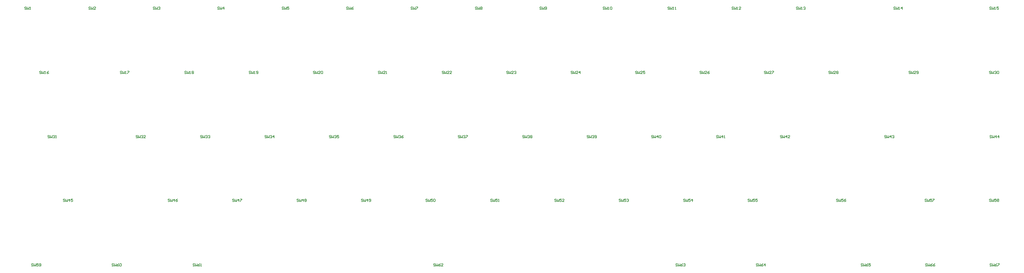
<source format=gto>
G04*
G04 #@! TF.GenerationSoftware,Altium Limited,Altium Designer,21.6.4 (81)*
G04*
G04 Layer_Color=65535*
%FSTAX24Y24*%
%MOIN*%
G70*
G04*
G04 #@! TF.SameCoordinates,245CE46D-98AB-4B62-9B0C-93C9D4342F2A*
G04*
G04*
G04 #@! TF.FilePolarity,Positive*
G04*
G01*
G75*
%ADD10C,0.0080*%
D10*
X128075Y013949D02*
X128025Y013999D01*
X127925D01*
X127875Y013949D01*
Y013899D01*
X127925Y013849D01*
X128025D01*
X128075Y013799D01*
Y013749D01*
X128025Y013699D01*
X127925D01*
X127875Y013749D01*
X128175Y013999D02*
Y013699D01*
X128275Y013799D01*
X128375Y013699D01*
Y013999D01*
X128675D02*
X128575Y013949D01*
X128475Y013849D01*
Y013749D01*
X128525Y013699D01*
X128625D01*
X128675Y013749D01*
Y013799D01*
X128625Y013849D01*
X128475D01*
X128775Y013999D02*
X128975D01*
Y013949D01*
X128775Y013749D01*
Y013699D01*
X120575Y013949D02*
X120525Y013999D01*
X120425D01*
X120375Y013949D01*
Y013899D01*
X120425Y013849D01*
X120525D01*
X120575Y013799D01*
Y013749D01*
X120525Y013699D01*
X120425D01*
X120375Y013749D01*
X120675Y013999D02*
Y013699D01*
X120775Y013799D01*
X120875Y013699D01*
Y013999D01*
X121175D02*
X121075Y013949D01*
X120975Y013849D01*
Y013749D01*
X121025Y013699D01*
X121125D01*
X121175Y013749D01*
Y013799D01*
X121125Y013849D01*
X120975D01*
X121475Y013999D02*
X121375Y013949D01*
X121275Y013849D01*
Y013749D01*
X121325Y013699D01*
X121425D01*
X121475Y013749D01*
Y013799D01*
X121425Y013849D01*
X121275D01*
X113075Y013949D02*
X113025Y013999D01*
X112925D01*
X112875Y013949D01*
Y013899D01*
X112925Y013849D01*
X113025D01*
X113075Y013799D01*
Y013749D01*
X113025Y013699D01*
X112925D01*
X112875Y013749D01*
X113175Y013999D02*
Y013699D01*
X113275Y013799D01*
X113375Y013699D01*
Y013999D01*
X113675D02*
X113575Y013949D01*
X113475Y013849D01*
Y013749D01*
X113525Y013699D01*
X113625D01*
X113675Y013749D01*
Y013799D01*
X113625Y013849D01*
X113475D01*
X113975Y013999D02*
X113775D01*
Y013849D01*
X113875Y013899D01*
X113925D01*
X113975Y013849D01*
Y013749D01*
X113925Y013699D01*
X113825D01*
X113775Y013749D01*
X100888Y013949D02*
X100838Y013999D01*
X100738D01*
X100688Y013949D01*
Y013899D01*
X100738Y013849D01*
X100838D01*
X100888Y013799D01*
Y013749D01*
X100838Y013699D01*
X100738D01*
X100688Y013749D01*
X100988Y013999D02*
Y013699D01*
X101088Y013799D01*
X101188Y013699D01*
Y013999D01*
X101487D02*
X101387Y013949D01*
X101287Y013849D01*
Y013749D01*
X101337Y013699D01*
X101437D01*
X101487Y013749D01*
Y013799D01*
X101437Y013849D01*
X101287D01*
X101737Y013699D02*
Y013999D01*
X101587Y013849D01*
X101787D01*
X091513Y01395D02*
X091463Y014D01*
X091363D01*
X091313Y01395D01*
Y0139D01*
X091363Y01385D01*
X091463D01*
X091513Y0138D01*
Y01375D01*
X091463Y0137D01*
X091363D01*
X091313Y01375D01*
X091613Y014D02*
Y0137D01*
X091713Y0138D01*
X091813Y0137D01*
Y014D01*
X092112D02*
X092012Y01395D01*
X091912Y01385D01*
Y01375D01*
X091962Y0137D01*
X092062D01*
X092112Y01375D01*
Y0138D01*
X092062Y01385D01*
X091912D01*
X092212Y01395D02*
X092262Y014D01*
X092362D01*
X092412Y01395D01*
Y0139D01*
X092362Y01385D01*
X092312D01*
X092362D01*
X092412Y0138D01*
Y01375D01*
X092362Y0137D01*
X092262D01*
X092212Y01375D01*
X06334Y01395D02*
X06329Y014D01*
X06319D01*
X06314Y01395D01*
Y0139D01*
X06319Y01385D01*
X06329D01*
X06334Y0138D01*
Y01375D01*
X06329Y0137D01*
X06319D01*
X06314Y01375D01*
X06344Y014D02*
Y0137D01*
X06354Y0138D01*
X06364Y0137D01*
Y014D01*
X06394D02*
X06384Y01395D01*
X06374Y01385D01*
Y01375D01*
X06379Y0137D01*
X06389D01*
X06394Y01375D01*
Y0138D01*
X06389Y01385D01*
X06374D01*
X06424Y0137D02*
X06404D01*
X06424Y0139D01*
Y01395D01*
X06419Y014D01*
X06409D01*
X06404Y01395D01*
X035313Y013949D02*
X035263Y013999D01*
X035163D01*
X035113Y013949D01*
Y013899D01*
X035163Y013849D01*
X035263D01*
X035313Y013799D01*
Y013749D01*
X035263Y013699D01*
X035163D01*
X035113Y013749D01*
X035413Y013999D02*
Y013699D01*
X035513Y013799D01*
X035613Y013699D01*
Y013999D01*
X035912D02*
X035812Y013949D01*
X035712Y013849D01*
Y013749D01*
X035762Y013699D01*
X035862D01*
X035912Y013749D01*
Y013799D01*
X035862Y013849D01*
X035712D01*
X036012Y013699D02*
X036112D01*
X036062D01*
Y013999D01*
X036012Y013949D01*
X025888D02*
X025838Y013999D01*
X025738D01*
X025688Y013949D01*
Y013899D01*
X025738Y013849D01*
X025838D01*
X025888Y013799D01*
Y013749D01*
X025838Y013699D01*
X025738D01*
X025688Y013749D01*
X025988Y013999D02*
Y013699D01*
X026088Y013799D01*
X026188Y013699D01*
Y013999D01*
X026487D02*
X026387Y013949D01*
X026287Y013849D01*
Y013749D01*
X026337Y013699D01*
X026437D01*
X026487Y013749D01*
Y013799D01*
X026437Y013849D01*
X026287D01*
X026587Y013949D02*
X026637Y013999D01*
X026737D01*
X026787Y013949D01*
Y013749D01*
X026737Y013699D01*
X026637D01*
X026587Y013749D01*
Y013949D01*
X016513D02*
X016463Y013999D01*
X016363D01*
X016313Y013949D01*
Y013899D01*
X016363Y013849D01*
X016463D01*
X016513Y013799D01*
Y013749D01*
X016463Y013699D01*
X016363D01*
X016313Y013749D01*
X016613Y013999D02*
Y013699D01*
X016713Y013799D01*
X016813Y013699D01*
Y013999D01*
X017112D02*
X016912D01*
Y013849D01*
X017012Y013899D01*
X017062D01*
X017112Y013849D01*
Y013749D01*
X017062Y013699D01*
X016962D01*
X016912Y013749D01*
X017212D02*
X017262Y013699D01*
X017362D01*
X017412Y013749D01*
Y013949D01*
X017362Y013999D01*
X017262D01*
X017212Y013949D01*
Y013899D01*
X017262Y013849D01*
X017412D01*
X12803Y021489D02*
X12798Y021539D01*
X12788D01*
X12783Y021489D01*
Y021439D01*
X12788Y021389D01*
X12798D01*
X12803Y021339D01*
Y021289D01*
X12798Y021239D01*
X12788D01*
X12783Y021289D01*
X12813Y021539D02*
Y021239D01*
X12823Y021339D01*
X12833Y021239D01*
Y021539D01*
X12863D02*
X12843D01*
Y021389D01*
X12853Y021439D01*
X12858D01*
X12863Y021389D01*
Y021289D01*
X12858Y021239D01*
X12848D01*
X12843Y021289D01*
X12873Y021489D02*
X12878Y021539D01*
X12888D01*
X12893Y021489D01*
Y021439D01*
X12888Y021389D01*
X12893Y021339D01*
Y021289D01*
X12888Y021239D01*
X12878D01*
X12873Y021289D01*
Y021339D01*
X12878Y021389D01*
X12873Y021439D01*
Y021489D01*
X12878Y021389D02*
X12888D01*
X120536Y021489D02*
X120486Y021539D01*
X120386D01*
X120336Y021489D01*
Y021439D01*
X120386Y021389D01*
X120486D01*
X120536Y021339D01*
Y021289D01*
X120486Y021239D01*
X120386D01*
X120336Y021289D01*
X120636Y021539D02*
Y021239D01*
X120736Y021339D01*
X120836Y021239D01*
Y021539D01*
X121136D02*
X120936D01*
Y021389D01*
X121036Y021439D01*
X121086D01*
X121136Y021389D01*
Y021289D01*
X121086Y021239D01*
X120986D01*
X120936Y021289D01*
X121236Y021539D02*
X121435D01*
Y021489D01*
X121236Y021289D01*
Y021239D01*
X110223Y021489D02*
X110173Y021539D01*
X110073D01*
X110023Y021489D01*
Y021439D01*
X110073Y021389D01*
X110173D01*
X110223Y021339D01*
Y021289D01*
X110173Y021239D01*
X110073D01*
X110023Y021289D01*
X110323Y021539D02*
Y021239D01*
X110423Y021339D01*
X110523Y021239D01*
Y021539D01*
X110823D02*
X110623D01*
Y021389D01*
X110723Y021439D01*
X110773D01*
X110823Y021389D01*
Y021289D01*
X110773Y021239D01*
X110673D01*
X110623Y021289D01*
X111123Y021539D02*
X111023Y021489D01*
X110923Y021389D01*
Y021289D01*
X110973Y021239D01*
X111073D01*
X111123Y021289D01*
Y021339D01*
X111073Y021389D01*
X110923D01*
X099911Y021489D02*
X099861Y021539D01*
X099761D01*
X099711Y021489D01*
Y021439D01*
X099761Y021389D01*
X099861D01*
X099911Y021339D01*
Y021289D01*
X099861Y021239D01*
X099761D01*
X099711Y021289D01*
X100011Y021539D02*
Y021239D01*
X100111Y021339D01*
X100211Y021239D01*
Y021539D01*
X100511D02*
X100311D01*
Y021389D01*
X100411Y021439D01*
X100461D01*
X100511Y021389D01*
Y021289D01*
X100461Y021239D01*
X100361D01*
X100311Y021289D01*
X10081Y021539D02*
X100611D01*
Y021389D01*
X10071Y021439D01*
X10076D01*
X10081Y021389D01*
Y021289D01*
X10076Y021239D01*
X10066D01*
X100611Y021289D01*
X092411Y021489D02*
X092361Y021539D01*
X092261D01*
X092211Y021489D01*
Y021439D01*
X092261Y021389D01*
X092361D01*
X092411Y021339D01*
Y021289D01*
X092361Y021239D01*
X092261D01*
X092211Y021289D01*
X092511Y021539D02*
Y021239D01*
X092611Y021339D01*
X092711Y021239D01*
Y021539D01*
X093011D02*
X092811D01*
Y021389D01*
X092911Y021439D01*
X092961D01*
X093011Y021389D01*
Y021289D01*
X092961Y021239D01*
X092861D01*
X092811Y021289D01*
X09326Y021239D02*
Y021539D01*
X093111Y021389D01*
X09331D01*
X084911Y021489D02*
X084861Y021539D01*
X084761D01*
X084711Y021489D01*
Y021439D01*
X084761Y021389D01*
X084861D01*
X084911Y021339D01*
Y021289D01*
X084861Y021239D01*
X084761D01*
X084711Y021289D01*
X085011Y021539D02*
Y021239D01*
X085111Y021339D01*
X085211Y021239D01*
Y021539D01*
X085511D02*
X085311D01*
Y021389D01*
X085411Y021439D01*
X085461D01*
X085511Y021389D01*
Y021289D01*
X085461Y021239D01*
X085361D01*
X085311Y021289D01*
X085611Y021489D02*
X08566Y021539D01*
X08576D01*
X08581Y021489D01*
Y021439D01*
X08576Y021389D01*
X08571D01*
X08576D01*
X08581Y021339D01*
Y021289D01*
X08576Y021239D01*
X08566D01*
X085611Y021289D01*
X077411Y021489D02*
X077361Y021539D01*
X077261D01*
X077211Y021489D01*
Y021439D01*
X077261Y021389D01*
X077361D01*
X077411Y021339D01*
Y021289D01*
X077361Y021239D01*
X077261D01*
X077211Y021289D01*
X077511Y021539D02*
Y021239D01*
X077611Y021339D01*
X077711Y021239D01*
Y021539D01*
X078011D02*
X077811D01*
Y021389D01*
X077911Y021439D01*
X077961D01*
X078011Y021389D01*
Y021289D01*
X077961Y021239D01*
X077861D01*
X077811Y021289D01*
X07831Y021239D02*
X078111D01*
X07831Y021439D01*
Y021489D01*
X07826Y021539D01*
X078161D01*
X078111Y021489D01*
X069961D02*
X069911Y021539D01*
X069811D01*
X069761Y021489D01*
Y021439D01*
X069811Y021389D01*
X069911D01*
X069961Y021339D01*
Y021289D01*
X069911Y021239D01*
X069811D01*
X069761Y021289D01*
X070061Y021539D02*
Y021239D01*
X070161Y021339D01*
X070261Y021239D01*
Y021539D01*
X070561D02*
X070361D01*
Y021389D01*
X070461Y021439D01*
X070511D01*
X070561Y021389D01*
Y021289D01*
X070511Y021239D01*
X070411D01*
X070361Y021289D01*
X070661Y021239D02*
X07076D01*
X070711D01*
Y021539D01*
X070661Y021489D01*
X062411D02*
X062361Y021539D01*
X062261D01*
X062211Y021489D01*
Y021439D01*
X062261Y021389D01*
X062361D01*
X062411Y021339D01*
Y021289D01*
X062361Y021239D01*
X062261D01*
X062211Y021289D01*
X062511Y021539D02*
Y021239D01*
X062611Y021339D01*
X062711Y021239D01*
Y021539D01*
X063011D02*
X062811D01*
Y021389D01*
X062911Y021439D01*
X062961D01*
X063011Y021389D01*
Y021289D01*
X062961Y021239D01*
X062861D01*
X062811Y021289D01*
X063111Y021489D02*
X063161Y021539D01*
X06326D01*
X06331Y021489D01*
Y021289D01*
X06326Y021239D01*
X063161D01*
X063111Y021289D01*
Y021489D01*
X054911D02*
X054861Y021539D01*
X054761D01*
X054711Y021489D01*
Y021439D01*
X054761Y021389D01*
X054861D01*
X054911Y021339D01*
Y021289D01*
X054861Y021239D01*
X054761D01*
X054711Y021289D01*
X055011Y021539D02*
Y021239D01*
X055111Y021339D01*
X055211Y021239D01*
Y021539D01*
X055461Y021239D02*
Y021539D01*
X055311Y021389D01*
X055511D01*
X055611Y021289D02*
X055661Y021239D01*
X05576D01*
X05581Y021289D01*
Y021489D01*
X05576Y021539D01*
X055661D01*
X055611Y021489D01*
Y021439D01*
X055661Y021389D01*
X05581D01*
X047411Y021489D02*
X047361Y021539D01*
X047261D01*
X047211Y021489D01*
Y021439D01*
X047261Y021389D01*
X047361D01*
X047411Y021339D01*
Y021289D01*
X047361Y021239D01*
X047261D01*
X047211Y021289D01*
X047511Y021539D02*
Y021239D01*
X047611Y021339D01*
X047711Y021239D01*
Y021539D01*
X047961Y021239D02*
Y021539D01*
X047811Y021389D01*
X048011D01*
X048111Y021489D02*
X048161Y021539D01*
X04826D01*
X04831Y021489D01*
Y021439D01*
X04826Y021389D01*
X04831Y021339D01*
Y021289D01*
X04826Y021239D01*
X048161D01*
X048111Y021289D01*
Y021339D01*
X048161Y021389D01*
X048111Y021439D01*
Y021489D01*
X048161Y021389D02*
X04826D01*
X039911Y021489D02*
X039861Y021539D01*
X039761D01*
X039711Y021489D01*
Y021439D01*
X039761Y021389D01*
X039861D01*
X039911Y021339D01*
Y021289D01*
X039861Y021239D01*
X039761D01*
X039711Y021289D01*
X040011Y021539D02*
Y021239D01*
X040111Y021339D01*
X040211Y021239D01*
Y021539D01*
X040461Y021239D02*
Y021539D01*
X040311Y021389D01*
X040511D01*
X040611Y021539D02*
X04081D01*
Y021489D01*
X040611Y021289D01*
Y021239D01*
X032411Y021489D02*
X032361Y021539D01*
X032261D01*
X032211Y021489D01*
Y021439D01*
X032261Y021389D01*
X032361D01*
X032411Y021339D01*
Y021289D01*
X032361Y021239D01*
X032261D01*
X032211Y021289D01*
X032511Y021539D02*
Y021239D01*
X032611Y021339D01*
X032711Y021239D01*
Y021539D01*
X032961Y021239D02*
Y021539D01*
X032811Y021389D01*
X033011D01*
X03331Y021539D02*
X03321Y021489D01*
X033111Y021389D01*
Y021289D01*
X033161Y021239D01*
X03326D01*
X03331Y021289D01*
Y021339D01*
X03326Y021389D01*
X033111D01*
X02022Y021489D02*
X02017Y021539D01*
X02007D01*
X02002Y021489D01*
Y021439D01*
X02007Y021389D01*
X02017D01*
X02022Y021339D01*
Y021289D01*
X02017Y021239D01*
X02007D01*
X02002Y021289D01*
X02032Y021539D02*
Y021239D01*
X02042Y021339D01*
X02052Y021239D01*
Y021539D01*
X02077Y021239D02*
Y021539D01*
X02062Y021389D01*
X02082D01*
X02112Y021539D02*
X02092D01*
Y021389D01*
X02102Y021439D01*
X02107D01*
X02112Y021389D01*
Y021289D01*
X02107Y021239D01*
X02097D01*
X02092Y021289D01*
X128075Y02891D02*
X128025Y02896D01*
X127925D01*
X127875Y02891D01*
Y02886D01*
X127925Y02881D01*
X128025D01*
X128075Y02876D01*
Y02871D01*
X128025Y02866D01*
X127925D01*
X127875Y02871D01*
X128175Y02896D02*
Y02866D01*
X128275Y02876D01*
X128375Y02866D01*
Y02896D01*
X128625Y02866D02*
Y02896D01*
X128475Y02881D01*
X128675D01*
X128925Y02866D02*
Y02896D01*
X128775Y02881D01*
X128975D01*
X11584Y02891D02*
X11579Y02896D01*
X11569D01*
X11564Y02891D01*
Y02886D01*
X11569Y02881D01*
X11579D01*
X11584Y02876D01*
Y02871D01*
X11579Y02866D01*
X11569D01*
X11564Y02871D01*
X11594Y02896D02*
Y02866D01*
X11604Y02876D01*
X11614Y02866D01*
Y02896D01*
X11639Y02866D02*
Y02896D01*
X11624Y02881D01*
X11644D01*
X11654Y02891D02*
X11659Y02896D01*
X11669D01*
X11674Y02891D01*
Y02886D01*
X11669Y02881D01*
X11664D01*
X11669D01*
X11674Y02876D01*
Y02871D01*
X11669Y02866D01*
X11659D01*
X11654Y02871D01*
X1037Y02891D02*
X10365Y02896D01*
X10355D01*
X1035Y02891D01*
Y02886D01*
X10355Y02881D01*
X10365D01*
X1037Y02876D01*
Y02871D01*
X10365Y02866D01*
X10355D01*
X1035Y02871D01*
X1038Y02896D02*
Y02866D01*
X1039Y02876D01*
X104Y02866D01*
Y02896D01*
X10425Y02866D02*
Y02896D01*
X1041Y02881D01*
X1043D01*
X1046Y02866D02*
X1044D01*
X1046Y02886D01*
Y02891D01*
X10455Y02896D01*
X10445D01*
X1044Y02891D01*
X09625Y02891D02*
X0962Y02896D01*
X0961D01*
X09605Y02891D01*
Y02886D01*
X0961Y02881D01*
X0962D01*
X09625Y02876D01*
Y02871D01*
X0962Y02866D01*
X0961D01*
X09605Y02871D01*
X09635Y02896D02*
Y02866D01*
X09645Y02876D01*
X09655Y02866D01*
Y02896D01*
X0968Y02866D02*
Y02896D01*
X09665Y02881D01*
X09685D01*
X09695Y02866D02*
X09705D01*
X097D01*
Y02896D01*
X09695Y02891D01*
X0887D02*
X08865Y02896D01*
X08855D01*
X0885Y02891D01*
Y02886D01*
X08855Y02881D01*
X08865D01*
X0887Y02876D01*
Y02871D01*
X08865Y02866D01*
X08855D01*
X0885Y02871D01*
X0888Y02896D02*
Y02866D01*
X0889Y02876D01*
X089Y02866D01*
Y02896D01*
X08925Y02866D02*
Y02896D01*
X0891Y02881D01*
X0893D01*
X0894Y02891D02*
X08945Y02896D01*
X08955D01*
X0896Y02891D01*
Y02871D01*
X08955Y02866D01*
X08945D01*
X0894Y02871D01*
Y02891D01*
X0812D02*
X08115Y02896D01*
X08105D01*
X081Y02891D01*
Y02886D01*
X08105Y02881D01*
X08115D01*
X0812Y02876D01*
Y02871D01*
X08115Y02866D01*
X08105D01*
X081Y02871D01*
X0813Y02896D02*
Y02866D01*
X0814Y02876D01*
X0815Y02866D01*
Y02896D01*
X0816Y02891D02*
X08165Y02896D01*
X08175D01*
X0818Y02891D01*
Y02886D01*
X08175Y02881D01*
X0817D01*
X08175D01*
X0818Y02876D01*
Y02871D01*
X08175Y02866D01*
X08165D01*
X0816Y02871D01*
X0819D02*
X08195Y02866D01*
X08205D01*
X0821Y02871D01*
Y02891D01*
X08205Y02896D01*
X08195D01*
X0819Y02891D01*
Y02886D01*
X08195Y02881D01*
X0821D01*
X0737Y02891D02*
X07365Y02896D01*
X07355D01*
X0735Y02891D01*
Y02886D01*
X07355Y02881D01*
X07365D01*
X0737Y02876D01*
Y02871D01*
X07365Y02866D01*
X07355D01*
X0735Y02871D01*
X0738Y02896D02*
Y02866D01*
X0739Y02876D01*
X074Y02866D01*
Y02896D01*
X0741Y02891D02*
X07415Y02896D01*
X07425D01*
X0743Y02891D01*
Y02886D01*
X07425Y02881D01*
X0742D01*
X07425D01*
X0743Y02876D01*
Y02871D01*
X07425Y02866D01*
X07415D01*
X0741Y02871D01*
X0744Y02891D02*
X07445Y02896D01*
X07455D01*
X0746Y02891D01*
Y02886D01*
X07455Y02881D01*
X0746Y02876D01*
Y02871D01*
X07455Y02866D01*
X07445D01*
X0744Y02871D01*
Y02876D01*
X07445Y02881D01*
X0744Y02886D01*
Y02891D01*
X07445Y02881D02*
X07455D01*
X0662Y02891D02*
X06615Y02896D01*
X06605D01*
X066Y02891D01*
Y02886D01*
X06605Y02881D01*
X06615D01*
X0662Y02876D01*
Y02871D01*
X06615Y02866D01*
X06605D01*
X066Y02871D01*
X0663Y02896D02*
Y02866D01*
X0664Y02876D01*
X0665Y02866D01*
Y02896D01*
X0666Y02891D02*
X06665Y02896D01*
X06675D01*
X0668Y02891D01*
Y02886D01*
X06675Y02881D01*
X0667D01*
X06675D01*
X0668Y02876D01*
Y02871D01*
X06675Y02866D01*
X06665D01*
X0666Y02871D01*
X0669Y02896D02*
X0671D01*
Y02891D01*
X0669Y02871D01*
Y02866D01*
X0587Y02891D02*
X05865Y02896D01*
X05855D01*
X0585Y02891D01*
Y02886D01*
X05855Y02881D01*
X05865D01*
X0587Y02876D01*
Y02871D01*
X05865Y02866D01*
X05855D01*
X0585Y02871D01*
X0588Y02896D02*
Y02866D01*
X0589Y02876D01*
X059Y02866D01*
Y02896D01*
X0591Y02891D02*
X05915Y02896D01*
X05925D01*
X0593Y02891D01*
Y02886D01*
X05925Y02881D01*
X0592D01*
X05925D01*
X0593Y02876D01*
Y02871D01*
X05925Y02866D01*
X05915D01*
X0591Y02871D01*
X0596Y02896D02*
X0595Y02891D01*
X0594Y02881D01*
Y02871D01*
X05945Y02866D01*
X05955D01*
X0596Y02871D01*
Y02876D01*
X05955Y02881D01*
X0594D01*
X0512Y02891D02*
X05115Y02896D01*
X05105D01*
X051Y02891D01*
Y02886D01*
X05105Y02881D01*
X05115D01*
X0512Y02876D01*
Y02871D01*
X05115Y02866D01*
X05105D01*
X051Y02871D01*
X0513Y02896D02*
Y02866D01*
X0514Y02876D01*
X0515Y02866D01*
Y02896D01*
X0516Y02891D02*
X05165Y02896D01*
X05175D01*
X0518Y02891D01*
Y02886D01*
X05175Y02881D01*
X0517D01*
X05175D01*
X0518Y02876D01*
Y02871D01*
X05175Y02866D01*
X05165D01*
X0516Y02871D01*
X0521Y02896D02*
X0519D01*
Y02881D01*
X052Y02886D01*
X05205D01*
X0521Y02881D01*
Y02871D01*
X05205Y02866D01*
X05195D01*
X0519Y02871D01*
X0437Y02891D02*
X04365Y02896D01*
X04355D01*
X0435Y02891D01*
Y02886D01*
X04355Y02881D01*
X04365D01*
X0437Y02876D01*
Y02871D01*
X04365Y02866D01*
X04355D01*
X0435Y02871D01*
X0438Y02896D02*
Y02866D01*
X0439Y02876D01*
X044Y02866D01*
Y02896D01*
X0441Y02891D02*
X04415Y02896D01*
X04425D01*
X0443Y02891D01*
Y02886D01*
X04425Y02881D01*
X0442D01*
X04425D01*
X0443Y02876D01*
Y02871D01*
X04425Y02866D01*
X04415D01*
X0441Y02871D01*
X04455Y02866D02*
Y02896D01*
X0444Y02881D01*
X0446D01*
X0362Y02891D02*
X03615Y02896D01*
X03605D01*
X036Y02891D01*
Y02886D01*
X03605Y02881D01*
X03615D01*
X0362Y02876D01*
Y02871D01*
X03615Y02866D01*
X03605D01*
X036Y02871D01*
X0363Y02896D02*
Y02866D01*
X0364Y02876D01*
X0365Y02866D01*
Y02896D01*
X0366Y02891D02*
X03665Y02896D01*
X03675D01*
X0368Y02891D01*
Y02886D01*
X03675Y02881D01*
X0367D01*
X03675D01*
X0368Y02876D01*
Y02871D01*
X03675Y02866D01*
X03665D01*
X0366Y02871D01*
X0369Y02891D02*
X03695Y02896D01*
X03705D01*
X0371Y02891D01*
Y02886D01*
X03705Y02881D01*
X037D01*
X03705D01*
X0371Y02876D01*
Y02871D01*
X03705Y02866D01*
X03695D01*
X0369Y02871D01*
X0287Y02891D02*
X02865Y02896D01*
X02855D01*
X0285Y02891D01*
Y02886D01*
X02855Y02881D01*
X02865D01*
X0287Y02876D01*
Y02871D01*
X02865Y02866D01*
X02855D01*
X0285Y02871D01*
X0288Y02896D02*
Y02866D01*
X0289Y02876D01*
X029Y02866D01*
Y02896D01*
X0291Y02891D02*
X02915Y02896D01*
X02925D01*
X0293Y02891D01*
Y02886D01*
X02925Y02881D01*
X0292D01*
X02925D01*
X0293Y02876D01*
Y02871D01*
X02925Y02866D01*
X02915D01*
X0291Y02871D01*
X0296Y02866D02*
X0294D01*
X0296Y02886D01*
Y02891D01*
X02955Y02896D01*
X02945D01*
X0294Y02891D01*
X018438D02*
X018388Y02896D01*
X018288D01*
X018238Y02891D01*
Y02886D01*
X018288Y02881D01*
X018388D01*
X018438Y02876D01*
Y02871D01*
X018388Y02866D01*
X018288D01*
X018238Y02871D01*
X018538Y02896D02*
Y02866D01*
X018638Y02876D01*
X018738Y02866D01*
Y02896D01*
X018837Y02891D02*
X018887Y02896D01*
X018987D01*
X019037Y02891D01*
Y02886D01*
X018987Y02881D01*
X018937D01*
X018987D01*
X019037Y02876D01*
Y02871D01*
X018987Y02866D01*
X018887D01*
X018837Y02871D01*
X019137Y02866D02*
X019237D01*
X019187D01*
Y02896D01*
X019137Y02891D01*
X12803Y03641D02*
X12798Y03646D01*
X12788D01*
X12783Y03641D01*
Y03636D01*
X12788Y03631D01*
X12798D01*
X12803Y03626D01*
Y03621D01*
X12798Y03616D01*
X12788D01*
X12783Y03621D01*
X12813Y03646D02*
Y03616D01*
X12823Y03626D01*
X12833Y03616D01*
Y03646D01*
X12843Y03641D02*
X12848Y03646D01*
X12858D01*
X12863Y03641D01*
Y03636D01*
X12858Y03631D01*
X12853D01*
X12858D01*
X12863Y03626D01*
Y03621D01*
X12858Y03616D01*
X12848D01*
X12843Y03621D01*
X12873Y03641D02*
X12878Y03646D01*
X12888D01*
X12893Y03641D01*
Y03621D01*
X12888Y03616D01*
X12878D01*
X12873Y03621D01*
Y03641D01*
X11866D02*
X11861Y03646D01*
X11851D01*
X11846Y03641D01*
Y03636D01*
X11851Y03631D01*
X11861D01*
X11866Y03626D01*
Y03621D01*
X11861Y03616D01*
X11851D01*
X11846Y03621D01*
X11876Y03646D02*
Y03616D01*
X11886Y03626D01*
X11896Y03616D01*
Y03646D01*
X11926Y03616D02*
X11906D01*
X11926Y03636D01*
Y03641D01*
X11921Y03646D01*
X11911D01*
X11906Y03641D01*
X11936Y03621D02*
X11941Y03616D01*
X11951D01*
X11956Y03621D01*
Y03641D01*
X11951Y03646D01*
X11941D01*
X11936Y03641D01*
Y03636D01*
X11941Y03631D01*
X11956D01*
X109325Y03641D02*
X109275Y03646D01*
X109175D01*
X109125Y03641D01*
Y03636D01*
X109175Y03631D01*
X109275D01*
X109325Y03626D01*
Y03621D01*
X109275Y03616D01*
X109175D01*
X109125Y03621D01*
X109425Y03646D02*
Y03616D01*
X109525Y03626D01*
X109625Y03616D01*
Y03646D01*
X109925Y03616D02*
X109725D01*
X109925Y03636D01*
Y03641D01*
X109875Y03646D01*
X109775D01*
X109725Y03641D01*
X110025D02*
X110075Y03646D01*
X110175D01*
X110225Y03641D01*
Y03636D01*
X110175Y03631D01*
X110225Y03626D01*
Y03621D01*
X110175Y03616D01*
X110075D01*
X110025Y03621D01*
Y03626D01*
X110075Y03631D01*
X110025Y03636D01*
Y03641D01*
X110075Y03631D02*
X110175D01*
X101825Y03641D02*
X101775Y03646D01*
X101675D01*
X101625Y03641D01*
Y03636D01*
X101675Y03631D01*
X101775D01*
X101825Y03626D01*
Y03621D01*
X101775Y03616D01*
X101675D01*
X101625Y03621D01*
X101925Y03646D02*
Y03616D01*
X102025Y03626D01*
X102125Y03616D01*
Y03646D01*
X102425Y03616D02*
X102225D01*
X102425Y03636D01*
Y03641D01*
X102375Y03646D01*
X102275D01*
X102225Y03641D01*
X102525Y03646D02*
X102725D01*
Y03641D01*
X102525Y03621D01*
Y03616D01*
X094325Y03641D02*
X094275Y03646D01*
X094175D01*
X094125Y03641D01*
Y03636D01*
X094175Y03631D01*
X094275D01*
X094325Y03626D01*
Y03621D01*
X094275Y03616D01*
X094175D01*
X094125Y03621D01*
X094425Y03646D02*
Y03616D01*
X094525Y03626D01*
X094625Y03616D01*
Y03646D01*
X094925Y03616D02*
X094725D01*
X094925Y03636D01*
Y03641D01*
X094875Y03646D01*
X094775D01*
X094725Y03641D01*
X095225Y03646D02*
X095125Y03641D01*
X095025Y03631D01*
Y03621D01*
X095075Y03616D01*
X095175D01*
X095225Y03621D01*
Y03626D01*
X095175Y03631D01*
X095025D01*
X086825Y03641D02*
X086775Y03646D01*
X086675D01*
X086625Y03641D01*
Y03636D01*
X086675Y03631D01*
X086775D01*
X086825Y03626D01*
Y03621D01*
X086775Y03616D01*
X086675D01*
X086625Y03621D01*
X086925Y03646D02*
Y03616D01*
X087025Y03626D01*
X087125Y03616D01*
Y03646D01*
X087425Y03616D02*
X087225D01*
X087425Y03636D01*
Y03641D01*
X087375Y03646D01*
X087275D01*
X087225Y03641D01*
X087725Y03646D02*
X087525D01*
Y03631D01*
X087625Y03636D01*
X087675D01*
X087725Y03631D01*
Y03621D01*
X087675Y03616D01*
X087575D01*
X087525Y03621D01*
X079325Y03641D02*
X079275Y03646D01*
X079175D01*
X079125Y03641D01*
Y03636D01*
X079175Y03631D01*
X079275D01*
X079325Y03626D01*
Y03621D01*
X079275Y03616D01*
X079175D01*
X079125Y03621D01*
X079425Y03646D02*
Y03616D01*
X079525Y03626D01*
X079625Y03616D01*
Y03646D01*
X079925Y03616D02*
X079725D01*
X079925Y03636D01*
Y03641D01*
X079875Y03646D01*
X079775D01*
X079725Y03641D01*
X080175Y03616D02*
Y03646D01*
X080025Y03631D01*
X080225D01*
X071825Y03641D02*
X071775Y03646D01*
X071675D01*
X071625Y03641D01*
Y03636D01*
X071675Y03631D01*
X071775D01*
X071825Y03626D01*
Y03621D01*
X071775Y03616D01*
X071675D01*
X071625Y03621D01*
X071925Y03646D02*
Y03616D01*
X072025Y03626D01*
X072125Y03616D01*
Y03646D01*
X072425Y03616D02*
X072225D01*
X072425Y03636D01*
Y03641D01*
X072375Y03646D01*
X072275D01*
X072225Y03641D01*
X072525D02*
X072575Y03646D01*
X072675D01*
X072725Y03641D01*
Y03636D01*
X072675Y03631D01*
X072625D01*
X072675D01*
X072725Y03626D01*
Y03621D01*
X072675Y03616D01*
X072575D01*
X072525Y03621D01*
X064325Y03641D02*
X064275Y03646D01*
X064175D01*
X064125Y03641D01*
Y03636D01*
X064175Y03631D01*
X064275D01*
X064325Y03626D01*
Y03621D01*
X064275Y03616D01*
X064175D01*
X064125Y03621D01*
X064425Y03646D02*
Y03616D01*
X064525Y03626D01*
X064625Y03616D01*
Y03646D01*
X064925Y03616D02*
X064725D01*
X064925Y03636D01*
Y03641D01*
X064875Y03646D01*
X064775D01*
X064725Y03641D01*
X065225Y03616D02*
X065025D01*
X065225Y03636D01*
Y03641D01*
X065175Y03646D01*
X065075D01*
X065025Y03641D01*
X056875D02*
X056825Y03646D01*
X056725D01*
X056675Y03641D01*
Y03636D01*
X056725Y03631D01*
X056825D01*
X056875Y03626D01*
Y03621D01*
X056825Y03616D01*
X056725D01*
X056675Y03621D01*
X056975Y03646D02*
Y03616D01*
X057075Y03626D01*
X057175Y03616D01*
Y03646D01*
X057475Y03616D02*
X057275D01*
X057475Y03636D01*
Y03641D01*
X057425Y03646D01*
X057325D01*
X057275Y03641D01*
X057575Y03616D02*
X057675D01*
X057625D01*
Y03646D01*
X057575Y03641D01*
X049325D02*
X049275Y03646D01*
X049175D01*
X049125Y03641D01*
Y03636D01*
X049175Y03631D01*
X049275D01*
X049325Y03626D01*
Y03621D01*
X049275Y03616D01*
X049175D01*
X049125Y03621D01*
X049425Y03646D02*
Y03616D01*
X049525Y03626D01*
X049625Y03616D01*
Y03646D01*
X049925Y03616D02*
X049725D01*
X049925Y03636D01*
Y03641D01*
X049875Y03646D01*
X049775D01*
X049725Y03641D01*
X050025D02*
X050075Y03646D01*
X050175D01*
X050225Y03641D01*
Y03621D01*
X050175Y03616D01*
X050075D01*
X050025Y03621D01*
Y03641D01*
X041845D02*
X041795Y03646D01*
X041695D01*
X041645Y03641D01*
Y03636D01*
X041695Y03631D01*
X041795D01*
X041845Y03626D01*
Y03621D01*
X041795Y03616D01*
X041695D01*
X041645Y03621D01*
X041945Y03646D02*
Y03616D01*
X042045Y03626D01*
X042145Y03616D01*
Y03646D01*
X042245Y03616D02*
X042345D01*
X042295D01*
Y03646D01*
X042245Y03641D01*
X042495Y03621D02*
X042545Y03616D01*
X042645D01*
X042695Y03621D01*
Y03641D01*
X042645Y03646D01*
X042545D01*
X042495Y03641D01*
Y03636D01*
X042545Y03631D01*
X042695D01*
X034345Y03641D02*
X034295Y03646D01*
X034195D01*
X034145Y03641D01*
Y03636D01*
X034195Y03631D01*
X034295D01*
X034345Y03626D01*
Y03621D01*
X034295Y03616D01*
X034195D01*
X034145Y03621D01*
X034445Y03646D02*
Y03616D01*
X034545Y03626D01*
X034645Y03616D01*
Y03646D01*
X034745Y03616D02*
X034845D01*
X034795D01*
Y03646D01*
X034745Y03641D01*
X034995D02*
X035045Y03646D01*
X035145D01*
X035195Y03641D01*
Y03636D01*
X035145Y03631D01*
X035195Y03626D01*
Y03621D01*
X035145Y03616D01*
X035045D01*
X034995Y03621D01*
Y03626D01*
X035045Y03631D01*
X034995Y03636D01*
Y03641D01*
X035045Y03631D02*
X035145D01*
X026845Y03641D02*
X026795Y03646D01*
X026695D01*
X026645Y03641D01*
Y03636D01*
X026695Y03631D01*
X026795D01*
X026845Y03626D01*
Y03621D01*
X026795Y03616D01*
X026695D01*
X026645Y03621D01*
X026945Y03646D02*
Y03616D01*
X027045Y03626D01*
X027145Y03616D01*
Y03646D01*
X027245Y03616D02*
X027345D01*
X027295D01*
Y03646D01*
X027245Y03641D01*
X027495Y03646D02*
X027695D01*
Y03641D01*
X027495Y03621D01*
Y03616D01*
X01747Y03641D02*
X01742Y03646D01*
X01732D01*
X01727Y03641D01*
Y03636D01*
X01732Y03631D01*
X01742D01*
X01747Y03626D01*
Y03621D01*
X01742Y03616D01*
X01732D01*
X01727Y03621D01*
X01757Y03646D02*
Y03616D01*
X01767Y03626D01*
X01777Y03616D01*
Y03646D01*
X01787Y03616D02*
X01797D01*
X01792D01*
Y03646D01*
X01787Y03641D01*
X01832Y03646D02*
X01822Y03641D01*
X01812Y03631D01*
Y03621D01*
X01817Y03616D01*
X01827D01*
X01832Y03621D01*
Y03626D01*
X01827Y03631D01*
X01812D01*
X128056Y04391D02*
X128006Y04396D01*
X127906D01*
X127856Y04391D01*
Y04386D01*
X127906Y04381D01*
X128006D01*
X128056Y04376D01*
Y04371D01*
X128006Y04366D01*
X127906D01*
X127856Y04371D01*
X128156Y04396D02*
Y04366D01*
X128256Y04376D01*
X128356Y04366D01*
Y04396D01*
X128456Y04366D02*
X128556D01*
X128506D01*
Y04396D01*
X128456Y04391D01*
X128905Y04396D02*
X128706D01*
Y04381D01*
X128806Y04386D01*
X128855D01*
X128905Y04381D01*
Y04371D01*
X128855Y04366D01*
X128756D01*
X128706Y04371D01*
X116885Y04391D02*
X116835Y04396D01*
X116735D01*
X116685Y04391D01*
Y04386D01*
X116735Y04381D01*
X116835D01*
X116885Y04376D01*
Y04371D01*
X116835Y04366D01*
X116735D01*
X116685Y04371D01*
X116985Y04396D02*
Y04366D01*
X117085Y04376D01*
X117185Y04366D01*
Y04396D01*
X117285Y04366D02*
X117385D01*
X117335D01*
Y04396D01*
X117285Y04391D01*
X117684Y04366D02*
Y04396D01*
X117534Y04381D01*
X117734D01*
X105556Y04391D02*
X105506Y04396D01*
X105406D01*
X105356Y04391D01*
Y04386D01*
X105406Y04381D01*
X105506D01*
X105556Y04376D01*
Y04371D01*
X105506Y04366D01*
X105406D01*
X105356Y04371D01*
X105656Y04396D02*
Y04366D01*
X105756Y04376D01*
X105856Y04366D01*
Y04396D01*
X105956Y04366D02*
X106056D01*
X106006D01*
Y04396D01*
X105956Y04391D01*
X106206D02*
X106256Y04396D01*
X106355D01*
X106405Y04391D01*
Y04386D01*
X106355Y04381D01*
X106306D01*
X106355D01*
X106405Y04376D01*
Y04371D01*
X106355Y04366D01*
X106256D01*
X106206Y04371D01*
X098056Y04391D02*
X098006Y04396D01*
X097906D01*
X097856Y04391D01*
Y04386D01*
X097906Y04381D01*
X098006D01*
X098056Y04376D01*
Y04371D01*
X098006Y04366D01*
X097906D01*
X097856Y04371D01*
X098156Y04396D02*
Y04366D01*
X098256Y04376D01*
X098356Y04366D01*
Y04396D01*
X098456Y04366D02*
X098556D01*
X098506D01*
Y04396D01*
X098456Y04391D01*
X098905Y04366D02*
X098706D01*
X098905Y04386D01*
Y04391D01*
X098855Y04396D01*
X098756D01*
X098706Y04391D01*
X090606D02*
X090556Y04396D01*
X090456D01*
X090406Y04391D01*
Y04386D01*
X090456Y04381D01*
X090556D01*
X090606Y04376D01*
Y04371D01*
X090556Y04366D01*
X090456D01*
X090406Y04371D01*
X090706Y04396D02*
Y04366D01*
X090806Y04376D01*
X090906Y04366D01*
Y04396D01*
X091006Y04366D02*
X091106D01*
X091056D01*
Y04396D01*
X091006Y04391D01*
X091256Y04366D02*
X091355D01*
X091306D01*
Y04396D01*
X091256Y04391D01*
X083056D02*
X083006Y04396D01*
X082906D01*
X082856Y04391D01*
Y04386D01*
X082906Y04381D01*
X083006D01*
X083056Y04376D01*
Y04371D01*
X083006Y04366D01*
X082906D01*
X082856Y04371D01*
X083156Y04396D02*
Y04366D01*
X083256Y04376D01*
X083356Y04366D01*
Y04396D01*
X083456Y04366D02*
X083556D01*
X083506D01*
Y04396D01*
X083456Y04391D01*
X083706D02*
X083756Y04396D01*
X083855D01*
X083905Y04391D01*
Y04371D01*
X083855Y04366D01*
X083756D01*
X083706Y04371D01*
Y04391D01*
X075686D02*
X075636Y04396D01*
X075536D01*
X075486Y04391D01*
Y04386D01*
X075536Y04381D01*
X075636D01*
X075686Y04376D01*
Y04371D01*
X075636Y04366D01*
X075536D01*
X075486Y04371D01*
X075786Y04396D02*
Y04366D01*
X075886Y04376D01*
X075986Y04366D01*
Y04396D01*
X076086Y04371D02*
X076136Y04366D01*
X076236D01*
X076286Y04371D01*
Y04391D01*
X076236Y04396D01*
X076136D01*
X076086Y04391D01*
Y04386D01*
X076136Y04381D01*
X076286D01*
X068186Y04391D02*
X068136Y04396D01*
X068036D01*
X067986Y04391D01*
Y04386D01*
X068036Y04381D01*
X068136D01*
X068186Y04376D01*
Y04371D01*
X068136Y04366D01*
X068036D01*
X067986Y04371D01*
X068286Y04396D02*
Y04366D01*
X068386Y04376D01*
X068486Y04366D01*
Y04396D01*
X068586Y04391D02*
X068636Y04396D01*
X068736D01*
X068786Y04391D01*
Y04386D01*
X068736Y04381D01*
X068786Y04376D01*
Y04371D01*
X068736Y04366D01*
X068636D01*
X068586Y04371D01*
Y04376D01*
X068636Y04381D01*
X068586Y04386D01*
Y04391D01*
X068636Y04381D02*
X068736D01*
X060686Y04391D02*
X060636Y04396D01*
X060536D01*
X060486Y04391D01*
Y04386D01*
X060536Y04381D01*
X060636D01*
X060686Y04376D01*
Y04371D01*
X060636Y04366D01*
X060536D01*
X060486Y04371D01*
X060786Y04396D02*
Y04366D01*
X060886Y04376D01*
X060986Y04366D01*
Y04396D01*
X061086D02*
X061286D01*
Y04391D01*
X061086Y04371D01*
Y04366D01*
X053186Y04391D02*
X053136Y04396D01*
X053036D01*
X052986Y04391D01*
Y04386D01*
X053036Y04381D01*
X053136D01*
X053186Y04376D01*
Y04371D01*
X053136Y04366D01*
X053036D01*
X052986Y04371D01*
X053286Y04396D02*
Y04366D01*
X053386Y04376D01*
X053486Y04366D01*
Y04396D01*
X053786D02*
X053686Y04391D01*
X053586Y04381D01*
Y04371D01*
X053636Y04366D01*
X053736D01*
X053786Y04371D01*
Y04376D01*
X053736Y04381D01*
X053586D01*
X045686Y04391D02*
X045636Y04396D01*
X045536D01*
X045486Y04391D01*
Y04386D01*
X045536Y04381D01*
X045636D01*
X045686Y04376D01*
Y04371D01*
X045636Y04366D01*
X045536D01*
X045486Y04371D01*
X045786Y04396D02*
Y04366D01*
X045886Y04376D01*
X045986Y04366D01*
Y04396D01*
X046286D02*
X046086D01*
Y04381D01*
X046186Y04386D01*
X046236D01*
X046286Y04381D01*
Y04371D01*
X046236Y04366D01*
X046136D01*
X046086Y04371D01*
X038186Y04391D02*
X038136Y04396D01*
X038036D01*
X037986Y04391D01*
Y04386D01*
X038036Y04381D01*
X038136D01*
X038186Y04376D01*
Y04371D01*
X038136Y04366D01*
X038036D01*
X037986Y04371D01*
X038286Y04396D02*
Y04366D01*
X038386Y04376D01*
X038486Y04366D01*
Y04396D01*
X038736Y04366D02*
Y04396D01*
X038586Y04381D01*
X038786D01*
X030686Y04391D02*
X030636Y04396D01*
X030536D01*
X030486Y04391D01*
Y04386D01*
X030536Y04381D01*
X030636D01*
X030686Y04376D01*
Y04371D01*
X030636Y04366D01*
X030536D01*
X030486Y04371D01*
X030786Y04396D02*
Y04366D01*
X030886Y04376D01*
X030986Y04366D01*
Y04396D01*
X031086Y04391D02*
X031136Y04396D01*
X031236D01*
X031286Y04391D01*
Y04386D01*
X031236Y04381D01*
X031186D01*
X031236D01*
X031286Y04376D01*
Y04371D01*
X031236Y04366D01*
X031136D01*
X031086Y04371D01*
X023186Y04391D02*
X023136Y04396D01*
X023036D01*
X022986Y04391D01*
Y04386D01*
X023036Y04381D01*
X023136D01*
X023186Y04376D01*
Y04371D01*
X023136Y04366D01*
X023036D01*
X022986Y04371D01*
X023286Y04396D02*
Y04366D01*
X023386Y04376D01*
X023486Y04366D01*
Y04396D01*
X023786Y04366D02*
X023586D01*
X023786Y04386D01*
Y04391D01*
X023736Y04396D01*
X023636D01*
X023586Y04391D01*
X015736D02*
X015686Y04396D01*
X015586D01*
X015536Y04391D01*
Y04386D01*
X015586Y04381D01*
X015686D01*
X015736Y04376D01*
Y04371D01*
X015686Y04366D01*
X015586D01*
X015536Y04371D01*
X015836Y04396D02*
Y04366D01*
X015936Y04376D01*
X016036Y04366D01*
Y04396D01*
X016136Y04366D02*
X016236D01*
X016186D01*
Y04396D01*
X016136Y04391D01*
M02*

</source>
